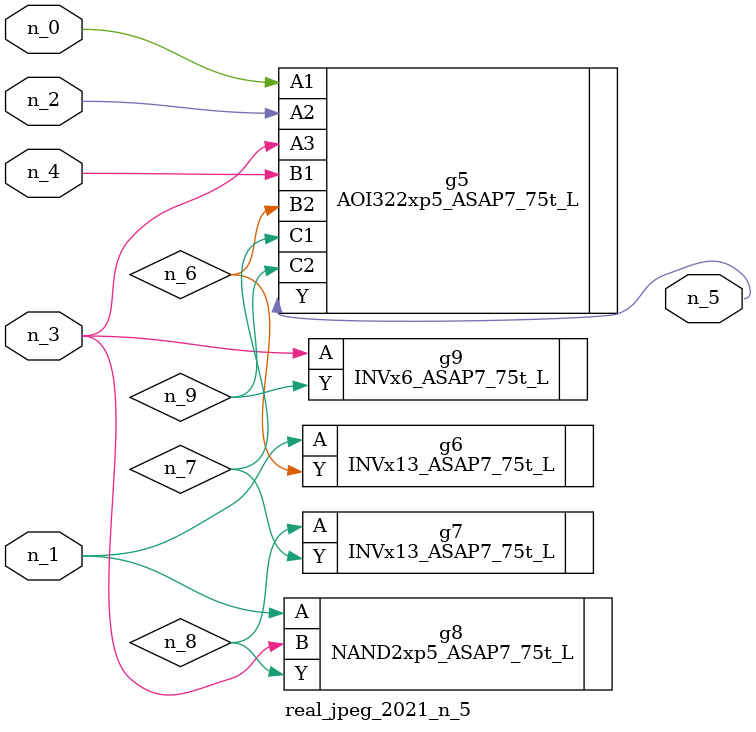
<source format=v>
module real_jpeg_2021_n_5 (n_4, n_0, n_1, n_2, n_3, n_5);

input n_4;
input n_0;
input n_1;
input n_2;
input n_3;

output n_5;

wire n_8;
wire n_6;
wire n_7;
wire n_9;

AOI322xp5_ASAP7_75t_L g5 ( 
.A1(n_0),
.A2(n_2),
.A3(n_3),
.B1(n_4),
.B2(n_6),
.C1(n_7),
.C2(n_9),
.Y(n_5)
);

INVx13_ASAP7_75t_L g6 ( 
.A(n_1),
.Y(n_6)
);

NAND2xp5_ASAP7_75t_L g8 ( 
.A(n_1),
.B(n_3),
.Y(n_8)
);

INVx6_ASAP7_75t_L g9 ( 
.A(n_3),
.Y(n_9)
);

INVx13_ASAP7_75t_L g7 ( 
.A(n_8),
.Y(n_7)
);


endmodule
</source>
